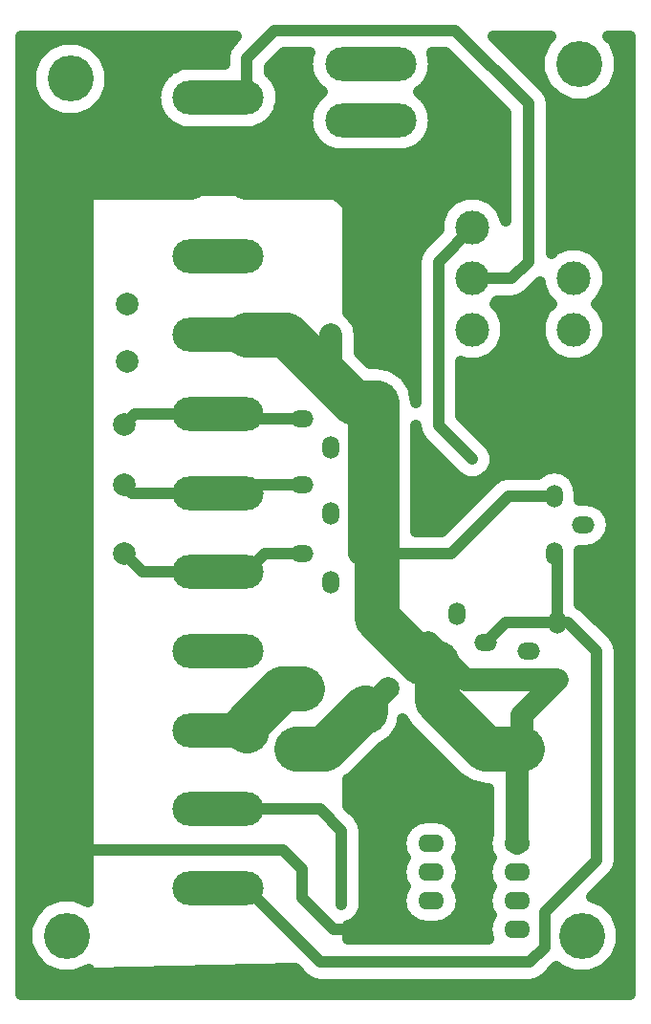
<source format=gbr>
G04 #@! TF.FileFunction,Copper,L2,Bot,Signal*
%FSLAX46Y46*%
G04 Gerber Fmt 4.6, Leading zero omitted, Abs format (unit mm)*
G04 Created by KiCad (PCBNEW 4.0.6) date Monday, 23 August 2021 'PMt' 16:23:02*
%MOMM*%
%LPD*%
G01*
G04 APERTURE LIST*
%ADD10C,0.100000*%
%ADD11C,4.064000*%
%ADD12C,1.300000*%
%ADD13R,1.300000X1.300000*%
%ADD14C,1.998980*%
%ADD15O,1.998980X1.501140*%
%ADD16O,1.501140X1.998980*%
%ADD17O,2.300000X1.600000*%
%ADD18O,8.000000X3.000000*%
%ADD19C,3.000000*%
%ADD20C,1.000000*%
%ADD21C,1.000000*%
%ADD22C,2.000000*%
%ADD23C,4.000000*%
G04 APERTURE END LIST*
D10*
D11*
X6000000Y82700000D03*
X51100000Y84000000D03*
X5700000Y6800000D03*
D12*
X32600000Y60000000D03*
D13*
X29100000Y60000000D03*
D14*
X34132000Y28684000D03*
X26512000Y28684000D03*
D15*
X46578000Y31986000D03*
D16*
X49118000Y29446000D03*
X49118000Y34526000D03*
X29052000Y50020000D03*
D15*
X31592000Y52560000D03*
X26512000Y52560000D03*
D16*
X29052000Y38082000D03*
D15*
X31592000Y40622000D03*
X26512000Y40622000D03*
D16*
X29052000Y44178000D03*
D15*
X31592000Y46718000D03*
X26512000Y46718000D03*
X51404000Y43162000D03*
D16*
X48864000Y45702000D03*
X48864000Y40622000D03*
X40228000Y35288000D03*
D15*
X37688000Y32748000D03*
X42768000Y32748000D03*
D14*
X26004000Y23350000D03*
X46004000Y23350000D03*
D17*
X37942000Y14968000D03*
X37942000Y12428000D03*
X37942000Y9888000D03*
X37942000Y7348000D03*
X45562000Y7348000D03*
X45562000Y9888000D03*
X45562000Y12428000D03*
X45562000Y14968000D03*
D14*
X3398000Y62720000D03*
X11018000Y62720000D03*
X3144000Y46718000D03*
X10764000Y46718000D03*
X3144000Y40622000D03*
X10764000Y40622000D03*
X3144000Y52052000D03*
X10764000Y52052000D03*
X3398000Y57640000D03*
X11018000Y57640000D03*
D18*
X19100000Y25000000D03*
D19*
X16560000Y25000000D03*
X21640000Y25000000D03*
D18*
X19100000Y18000000D03*
D19*
X16560000Y18000000D03*
X21640000Y18000000D03*
D18*
X19100000Y32000000D03*
D19*
X16560000Y32000000D03*
X21640000Y32000000D03*
D18*
X19100000Y11000000D03*
D19*
X16560000Y11000000D03*
X21640000Y11000000D03*
D18*
X19100000Y67000000D03*
D19*
X16560000Y67000000D03*
X21640000Y67000000D03*
D18*
X19100000Y81000000D03*
D19*
X21640000Y81000000D03*
X16560000Y81000000D03*
D18*
X19100000Y74000000D03*
D19*
X16560000Y74000000D03*
X21640000Y74000000D03*
D18*
X32600000Y84000000D03*
D19*
X30060000Y84000000D03*
X35140000Y84000000D03*
D18*
X32600000Y79000000D03*
D19*
X30060000Y79000000D03*
X35140000Y79000000D03*
D18*
X19100000Y60000000D03*
D19*
X16560000Y60000000D03*
X21640000Y60000000D03*
D18*
X19100000Y53000000D03*
D19*
X16560000Y53000000D03*
X21640000Y53000000D03*
D18*
X19100000Y46000000D03*
D19*
X16560000Y46000000D03*
X21640000Y46000000D03*
D18*
X19100000Y39000000D03*
D19*
X21640000Y39000000D03*
X16560000Y39000000D03*
X41600000Y60500000D03*
X41600000Y65000000D03*
X41600000Y69500000D03*
X50600000Y69500000D03*
X50600000Y65000000D03*
X50600000Y60500000D03*
D11*
X51300000Y6800000D03*
D20*
X30000000Y9600000D03*
X41600000Y49000000D03*
D21*
X37942000Y7348000D02*
X29352000Y7348000D01*
X5600000Y14500000D02*
X3144000Y16956000D01*
X5700000Y14400000D02*
X5600000Y14500000D01*
X24800000Y14400000D02*
X5700000Y14400000D01*
X26500000Y12700000D02*
X24800000Y14400000D01*
X26500000Y10200000D02*
X26500000Y12700000D01*
X29352000Y7348000D02*
X26500000Y10200000D01*
D22*
X33100000Y67000000D02*
X33100000Y60500000D01*
D23*
X30100000Y74000000D02*
X33100000Y71000000D01*
X33100000Y71000000D02*
X33100000Y67000000D01*
X21640000Y74000000D02*
X30100000Y74000000D01*
D22*
X33100000Y60500000D02*
X32600000Y60000000D01*
D23*
X3398000Y62720000D02*
X3398000Y71298000D01*
X6100000Y74000000D02*
X16560000Y74000000D01*
X3398000Y71298000D02*
X6100000Y74000000D01*
D21*
X3144000Y16746000D02*
X3144000Y16956000D01*
X3144000Y16956000D02*
X3144000Y40622000D01*
X3398000Y57640000D02*
X3398000Y62720000D01*
X3144000Y52052000D02*
X3144000Y57386000D01*
X3144000Y57386000D02*
X3398000Y57640000D01*
X3144000Y46718000D02*
X3144000Y52052000D01*
X3144000Y40622000D02*
X3144000Y46718000D01*
X19100000Y18000000D02*
X28100000Y18000000D01*
X30000000Y16100000D02*
X30000000Y9600000D01*
X28100000Y18000000D02*
X30000000Y16100000D01*
X19100000Y18000000D02*
X19100000Y17700000D01*
D23*
X33100000Y54000000D02*
X31100000Y54000000D01*
X38450000Y27668000D02*
X38450000Y31000000D01*
X33100000Y37000000D02*
X33100000Y35000000D01*
X33100000Y37000000D02*
X33100000Y54000000D01*
X33100000Y35000000D02*
X37100000Y31000000D01*
X37100000Y31000000D02*
X38450000Y31000000D01*
X25100000Y60000000D02*
X21640000Y60000000D01*
X31100000Y54000000D02*
X25100000Y60000000D01*
D22*
X31592000Y52560000D02*
X31592000Y53508000D01*
X29100000Y56000000D02*
X29100000Y60000000D01*
X31592000Y53508000D02*
X29100000Y56000000D01*
D21*
X48864000Y45702000D02*
X44802000Y45702000D01*
X39722000Y40622000D02*
X31592000Y40622000D01*
X44802000Y45702000D02*
X39722000Y40622000D01*
D23*
X46004000Y23350000D02*
X42768000Y23350000D01*
X42768000Y23350000D02*
X38450000Y27668000D01*
D22*
X38450000Y27668000D02*
X38450000Y31986000D01*
X31592000Y46718000D02*
X31592000Y52560000D01*
X31592000Y40622000D02*
X31592000Y46718000D01*
X49118000Y29446000D02*
X40990000Y29446000D01*
X40990000Y29446000D02*
X37688000Y32748000D01*
X46004000Y23350000D02*
X46004000Y26332000D01*
X46004000Y26332000D02*
X49118000Y29446000D01*
X45562000Y14968000D02*
X45562000Y22908000D01*
D21*
X45562000Y22908000D02*
X46004000Y23350000D01*
D23*
X28100000Y23350000D02*
X28450000Y23350000D01*
X32100000Y27000000D02*
X32100000Y26652000D01*
X28450000Y23350000D02*
X32100000Y27000000D01*
X26004000Y23350000D02*
X28100000Y23350000D01*
D22*
X32100000Y26652000D02*
X34132000Y28684000D01*
D23*
X26512000Y28684000D02*
X24784000Y28684000D01*
X24784000Y28684000D02*
X21640000Y25540000D01*
X21640000Y25540000D02*
X21640000Y25000000D01*
D21*
X16560000Y53000000D02*
X11712000Y53000000D01*
X11712000Y53000000D02*
X10764000Y52052000D01*
X26512000Y52560000D02*
X22080000Y52560000D01*
X22080000Y52560000D02*
X21640000Y53000000D01*
X11018000Y52306000D02*
X10764000Y52052000D01*
X16560000Y39000000D02*
X12386000Y39000000D01*
X12386000Y39000000D02*
X10764000Y40622000D01*
X26512000Y40622000D02*
X23262000Y40622000D01*
X23262000Y40622000D02*
X21640000Y39000000D01*
X16560000Y46000000D02*
X11482000Y46000000D01*
X11482000Y46000000D02*
X10764000Y46718000D01*
X26512000Y46718000D02*
X22358000Y46718000D01*
X22358000Y46718000D02*
X21640000Y46000000D01*
X46600000Y72000000D02*
X46600000Y80500000D01*
X21640000Y84540000D02*
X21640000Y81000000D01*
X24100002Y87000002D02*
X21640000Y84540000D01*
X40099998Y87000002D02*
X24100002Y87000002D01*
X46600000Y80500000D02*
X40099998Y87000002D01*
X45100000Y65000000D02*
X41600000Y65000000D01*
X46600000Y66500000D02*
X45100000Y65000000D01*
X46600000Y70000000D02*
X46600000Y66500000D01*
X46600000Y72500000D02*
X46600000Y72000000D01*
X46600000Y72000000D02*
X46600000Y70000000D01*
X38600000Y66500000D02*
X41600000Y69500000D01*
X38600000Y52000000D02*
X38600000Y66500000D01*
X41600000Y49000000D02*
X38600000Y52000000D01*
X48000000Y6100000D02*
X48000000Y5800000D01*
X50074000Y34526000D02*
X52600000Y32000000D01*
X52600000Y32000000D02*
X52600000Y14800000D01*
X49118000Y34526000D02*
X50074000Y34526000D01*
X48000000Y6100000D02*
X48000000Y8900000D01*
X48000000Y8900000D02*
X52600000Y13500000D01*
X52600000Y13500000D02*
X52600000Y14800000D01*
X28140000Y4500000D02*
X21640000Y11000000D01*
X46700000Y4500000D02*
X28140000Y4500000D01*
X48000000Y5800000D02*
X46700000Y4500000D01*
X49118000Y34526000D02*
X49118000Y40368000D01*
X49118000Y40368000D02*
X48864000Y40622000D01*
X49118000Y34526000D02*
X44546000Y34526000D01*
X44546000Y34526000D02*
X42768000Y32748000D01*
G36*
X20225786Y85954214D02*
X19792241Y85305367D01*
X19639999Y84540000D01*
X19640000Y84539995D01*
X19640000Y84000000D01*
X16560898Y84000000D01*
X15965881Y84000519D01*
X15474840Y83797625D01*
X15344199Y83771639D01*
X15234415Y83698284D01*
X14862857Y83544759D01*
X14575824Y83258227D01*
X14370929Y83121320D01*
X14235218Y82918215D01*
X14018207Y82701582D01*
X13899581Y82415898D01*
X13720610Y82148050D01*
X13658313Y81834862D01*
X13560522Y81599355D01*
X13560298Y81342104D01*
X13492249Y81000000D01*
X13559703Y80660883D01*
X13559481Y80405881D01*
X13657718Y80168129D01*
X13720610Y79851950D01*
X13898146Y79586249D01*
X14015241Y79302857D01*
X14233783Y79083933D01*
X14370929Y78878680D01*
X14574389Y78742732D01*
X14858418Y78458207D01*
X15232980Y78302675D01*
X15344199Y78228361D01*
X15474244Y78202493D01*
X15960645Y78000522D01*
X16491955Y78000059D01*
X16492249Y78000000D01*
X16559102Y78000000D01*
X17154119Y77999481D01*
X17155375Y78000000D01*
X21639102Y78000000D01*
X22234119Y77999481D01*
X22725160Y78202375D01*
X22855801Y78228361D01*
X22965585Y78301716D01*
X23337143Y78455241D01*
X23624176Y78741773D01*
X23829071Y78878680D01*
X23964782Y79081785D01*
X24181793Y79298418D01*
X24300419Y79584102D01*
X24479390Y79851950D01*
X24541687Y80165138D01*
X24639478Y80400645D01*
X24639702Y80657896D01*
X24707751Y81000000D01*
X24640297Y81339117D01*
X24640519Y81594119D01*
X24542282Y81831871D01*
X24479390Y82148050D01*
X24301854Y82413751D01*
X24184759Y82697143D01*
X23966217Y82916067D01*
X23829071Y83121320D01*
X23640000Y83247653D01*
X23640000Y83711572D01*
X24928429Y85000002D01*
X27191161Y85000002D01*
X27158313Y84834862D01*
X27060522Y84599355D01*
X27060298Y84342104D01*
X26992249Y84000000D01*
X27059703Y83660883D01*
X27059481Y83405881D01*
X27157718Y83168129D01*
X27220610Y82851950D01*
X27398146Y82586249D01*
X27515241Y82302857D01*
X27733783Y82083933D01*
X27870929Y81878680D01*
X28074389Y81742732D01*
X28317358Y81499339D01*
X28075824Y81258227D01*
X27870929Y81121320D01*
X27735218Y80918215D01*
X27518207Y80701582D01*
X27399581Y80415898D01*
X27220610Y80148050D01*
X27158313Y79834862D01*
X27060522Y79599355D01*
X27060298Y79342104D01*
X26992249Y79000000D01*
X27059703Y78660883D01*
X27059481Y78405881D01*
X27157718Y78168129D01*
X27220610Y77851950D01*
X27398146Y77586249D01*
X27515241Y77302857D01*
X27733783Y77083933D01*
X27870929Y76878680D01*
X28074389Y76742732D01*
X28358418Y76458207D01*
X28732980Y76302675D01*
X28844199Y76228361D01*
X28974244Y76202493D01*
X29460645Y76000522D01*
X29991955Y76000059D01*
X29992249Y76000000D01*
X30059102Y76000000D01*
X30654119Y75999481D01*
X30655375Y76000000D01*
X35139102Y76000000D01*
X35734119Y75999481D01*
X36225160Y76202375D01*
X36355801Y76228361D01*
X36465585Y76301716D01*
X36837143Y76455241D01*
X37124176Y76741773D01*
X37329071Y76878680D01*
X37464782Y77081785D01*
X37681793Y77298418D01*
X37800419Y77584102D01*
X37979390Y77851950D01*
X38041687Y78165138D01*
X38139478Y78400645D01*
X38139702Y78657896D01*
X38207751Y79000000D01*
X38140297Y79339117D01*
X38140519Y79594119D01*
X38042282Y79831871D01*
X37979390Y80148050D01*
X37801854Y80413751D01*
X37684759Y80697143D01*
X37466217Y80916067D01*
X37329071Y81121320D01*
X37125611Y81257268D01*
X36882642Y81500661D01*
X37124176Y81741773D01*
X37329071Y81878680D01*
X37464782Y82081785D01*
X37681793Y82298418D01*
X37800419Y82584102D01*
X37979390Y82851950D01*
X38041687Y83165138D01*
X38139478Y83400645D01*
X38139702Y83657896D01*
X38207751Y84000000D01*
X38140297Y84339117D01*
X38140519Y84594119D01*
X38042282Y84831871D01*
X38008839Y85000002D01*
X39271570Y85000002D01*
X44600000Y79671572D01*
X44600000Y70095375D01*
X44144759Y71197143D01*
X43301582Y72041793D01*
X42199355Y72499478D01*
X41005881Y72500519D01*
X39902857Y72044759D01*
X39058207Y71201582D01*
X38600522Y70099355D01*
X38599849Y69328277D01*
X37185786Y67914214D01*
X36752241Y67265367D01*
X36599999Y66500000D01*
X36600000Y66499995D01*
X36600000Y54000000D01*
X36333578Y55339392D01*
X35574874Y56474874D01*
X34439392Y57233578D01*
X33100000Y57500000D01*
X32549747Y57500000D01*
X31600000Y58449747D01*
X31600000Y60000000D01*
X31409699Y60956709D01*
X30867767Y61767767D01*
X30600000Y61946683D01*
X30600000Y72600000D01*
X30561556Y72792266D01*
X30450390Y72956689D01*
X30284012Y73064908D01*
X30088639Y73099871D01*
X8088639Y72599871D01*
X7918271Y72565805D01*
X7751365Y72458404D01*
X7639393Y72294528D01*
X7600000Y72100000D01*
X7600000Y9835444D01*
X6405640Y10331386D01*
X5000524Y10332612D01*
X3701896Y9796030D01*
X2707462Y8803330D01*
X2168614Y7505640D01*
X2167388Y6100524D01*
X2703970Y4801896D01*
X3696670Y3807462D01*
X4994360Y3268614D01*
X6399476Y3267388D01*
X7653460Y3785524D01*
X7749610Y3643311D01*
X7915988Y3535092D01*
X8111361Y3500129D01*
X25906998Y3904575D01*
X26725784Y3085789D01*
X26725786Y3085786D01*
X27374633Y2652241D01*
X28140000Y2499999D01*
X28140005Y2500000D01*
X46699995Y2500000D01*
X46700000Y2499999D01*
X47465367Y2652241D01*
X48114214Y3085786D01*
X49066481Y4038053D01*
X49296670Y3807462D01*
X50594360Y3268614D01*
X51999476Y3267388D01*
X53298104Y3803970D01*
X54292538Y4796670D01*
X54831386Y6094360D01*
X54832612Y7499476D01*
X54296030Y8798104D01*
X53303330Y9792538D01*
X52185238Y10256810D01*
X54014211Y12085784D01*
X54014214Y12085786D01*
X54447759Y12734633D01*
X54600000Y13500000D01*
X54600000Y32000000D01*
X54447759Y32765367D01*
X54014214Y33414214D01*
X54014211Y33414216D01*
X51488214Y35940214D01*
X51118000Y36187583D01*
X51118000Y40368000D01*
X51114570Y40385244D01*
X51114570Y40911430D01*
X51701888Y40911430D01*
X52563144Y41082744D01*
X53293281Y41570607D01*
X53781144Y42300744D01*
X53952458Y43162000D01*
X53781144Y44023256D01*
X53293281Y44753393D01*
X52563144Y45241256D01*
X51701888Y45412570D01*
X51114570Y45412570D01*
X51114570Y45999888D01*
X50943256Y46861144D01*
X50455393Y47591281D01*
X49725256Y48079144D01*
X48864000Y48250458D01*
X48002744Y48079144D01*
X47438309Y47702000D01*
X44802005Y47702000D01*
X44802000Y47702001D01*
X44036633Y47549759D01*
X43387786Y47116214D01*
X43387784Y47116211D01*
X38893572Y42622000D01*
X36600000Y42622000D01*
X36600000Y51999995D01*
X36752241Y51234633D01*
X37185786Y50585786D01*
X40185126Y47586447D01*
X40465612Y47305471D01*
X41200430Y47000348D01*
X41599998Y46999999D01*
X41600002Y46999999D01*
X41996079Y46999654D01*
X42731429Y47303494D01*
X43294529Y47865612D01*
X43599652Y48600430D01*
X43600346Y49396079D01*
X43296506Y50131429D01*
X42734388Y50694529D01*
X42733550Y50694877D01*
X40600000Y52828428D01*
X40600000Y57666884D01*
X41000645Y57500522D01*
X42194119Y57499481D01*
X43297143Y57955241D01*
X44141793Y58798418D01*
X44599478Y59900645D01*
X44600519Y61094119D01*
X44144759Y62197143D01*
X43592642Y62750225D01*
X43842854Y63000000D01*
X45099995Y63000000D01*
X45100000Y62999999D01*
X45865367Y63152241D01*
X46514214Y63585786D01*
X47599712Y64671285D01*
X47599481Y64405881D01*
X48055241Y63302857D01*
X48607358Y62749775D01*
X48058207Y62201582D01*
X47600522Y61099355D01*
X47599481Y59905881D01*
X48055241Y58802857D01*
X48898418Y57958207D01*
X50000645Y57500522D01*
X51194119Y57499481D01*
X52297143Y57955241D01*
X53141793Y58798418D01*
X53599478Y59900645D01*
X53600519Y61094119D01*
X53144759Y62197143D01*
X52592642Y62750225D01*
X53141793Y63298418D01*
X53599478Y64400645D01*
X53600519Y65594119D01*
X53144759Y66697143D01*
X52301582Y67541793D01*
X51199355Y67999478D01*
X50005881Y68000519D01*
X48902857Y67544759D01*
X48600000Y67242430D01*
X48600000Y80499995D01*
X48600001Y80500000D01*
X48447759Y81265367D01*
X48014214Y81914214D01*
X43478428Y86450000D01*
X48554912Y86450000D01*
X48107462Y86003330D01*
X47568614Y84705640D01*
X47567388Y83300524D01*
X48103970Y82001896D01*
X49096670Y81007462D01*
X50394360Y80468614D01*
X51799476Y80467388D01*
X53098104Y81003970D01*
X54092538Y81996670D01*
X54631386Y83294360D01*
X54632612Y84699476D01*
X54096030Y85998104D01*
X53644922Y86450000D01*
X55550000Y86450000D01*
X55550000Y1650000D01*
X1650000Y1650000D01*
X1650000Y82000524D01*
X2467388Y82000524D01*
X3003970Y80701896D01*
X3996670Y79707462D01*
X5294360Y79168614D01*
X6699476Y79167388D01*
X7998104Y79703970D01*
X8992538Y80696670D01*
X9531386Y81994360D01*
X9532612Y83399476D01*
X8996030Y84698104D01*
X8003330Y85692538D01*
X6705640Y86231386D01*
X5300524Y86232612D01*
X4001896Y85696030D01*
X3007462Y84703330D01*
X2468614Y83405640D01*
X2467388Y82000524D01*
X1650000Y82000524D01*
X1650000Y86450000D01*
X20721572Y86450000D01*
X20225786Y85954214D01*
X20225786Y85954214D01*
G37*
X20225786Y85954214D02*
X19792241Y85305367D01*
X19639999Y84540000D01*
X19640000Y84539995D01*
X19640000Y84000000D01*
X16560898Y84000000D01*
X15965881Y84000519D01*
X15474840Y83797625D01*
X15344199Y83771639D01*
X15234415Y83698284D01*
X14862857Y83544759D01*
X14575824Y83258227D01*
X14370929Y83121320D01*
X14235218Y82918215D01*
X14018207Y82701582D01*
X13899581Y82415898D01*
X13720610Y82148050D01*
X13658313Y81834862D01*
X13560522Y81599355D01*
X13560298Y81342104D01*
X13492249Y81000000D01*
X13559703Y80660883D01*
X13559481Y80405881D01*
X13657718Y80168129D01*
X13720610Y79851950D01*
X13898146Y79586249D01*
X14015241Y79302857D01*
X14233783Y79083933D01*
X14370929Y78878680D01*
X14574389Y78742732D01*
X14858418Y78458207D01*
X15232980Y78302675D01*
X15344199Y78228361D01*
X15474244Y78202493D01*
X15960645Y78000522D01*
X16491955Y78000059D01*
X16492249Y78000000D01*
X16559102Y78000000D01*
X17154119Y77999481D01*
X17155375Y78000000D01*
X21639102Y78000000D01*
X22234119Y77999481D01*
X22725160Y78202375D01*
X22855801Y78228361D01*
X22965585Y78301716D01*
X23337143Y78455241D01*
X23624176Y78741773D01*
X23829071Y78878680D01*
X23964782Y79081785D01*
X24181793Y79298418D01*
X24300419Y79584102D01*
X24479390Y79851950D01*
X24541687Y80165138D01*
X24639478Y80400645D01*
X24639702Y80657896D01*
X24707751Y81000000D01*
X24640297Y81339117D01*
X24640519Y81594119D01*
X24542282Y81831871D01*
X24479390Y82148050D01*
X24301854Y82413751D01*
X24184759Y82697143D01*
X23966217Y82916067D01*
X23829071Y83121320D01*
X23640000Y83247653D01*
X23640000Y83711572D01*
X24928429Y85000002D01*
X27191161Y85000002D01*
X27158313Y84834862D01*
X27060522Y84599355D01*
X27060298Y84342104D01*
X26992249Y84000000D01*
X27059703Y83660883D01*
X27059481Y83405881D01*
X27157718Y83168129D01*
X27220610Y82851950D01*
X27398146Y82586249D01*
X27515241Y82302857D01*
X27733783Y82083933D01*
X27870929Y81878680D01*
X28074389Y81742732D01*
X28317358Y81499339D01*
X28075824Y81258227D01*
X27870929Y81121320D01*
X27735218Y80918215D01*
X27518207Y80701582D01*
X27399581Y80415898D01*
X27220610Y80148050D01*
X27158313Y79834862D01*
X27060522Y79599355D01*
X27060298Y79342104D01*
X26992249Y79000000D01*
X27059703Y78660883D01*
X27059481Y78405881D01*
X27157718Y78168129D01*
X27220610Y77851950D01*
X27398146Y77586249D01*
X27515241Y77302857D01*
X27733783Y77083933D01*
X27870929Y76878680D01*
X28074389Y76742732D01*
X28358418Y76458207D01*
X28732980Y76302675D01*
X28844199Y76228361D01*
X28974244Y76202493D01*
X29460645Y76000522D01*
X29991955Y76000059D01*
X29992249Y76000000D01*
X30059102Y76000000D01*
X30654119Y75999481D01*
X30655375Y76000000D01*
X35139102Y76000000D01*
X35734119Y75999481D01*
X36225160Y76202375D01*
X36355801Y76228361D01*
X36465585Y76301716D01*
X36837143Y76455241D01*
X37124176Y76741773D01*
X37329071Y76878680D01*
X37464782Y77081785D01*
X37681793Y77298418D01*
X37800419Y77584102D01*
X37979390Y77851950D01*
X38041687Y78165138D01*
X38139478Y78400645D01*
X38139702Y78657896D01*
X38207751Y79000000D01*
X38140297Y79339117D01*
X38140519Y79594119D01*
X38042282Y79831871D01*
X37979390Y80148050D01*
X37801854Y80413751D01*
X37684759Y80697143D01*
X37466217Y80916067D01*
X37329071Y81121320D01*
X37125611Y81257268D01*
X36882642Y81500661D01*
X37124176Y81741773D01*
X37329071Y81878680D01*
X37464782Y82081785D01*
X37681793Y82298418D01*
X37800419Y82584102D01*
X37979390Y82851950D01*
X38041687Y83165138D01*
X38139478Y83400645D01*
X38139702Y83657896D01*
X38207751Y84000000D01*
X38140297Y84339117D01*
X38140519Y84594119D01*
X38042282Y84831871D01*
X38008839Y85000002D01*
X39271570Y85000002D01*
X44600000Y79671572D01*
X44600000Y70095375D01*
X44144759Y71197143D01*
X43301582Y72041793D01*
X42199355Y72499478D01*
X41005881Y72500519D01*
X39902857Y72044759D01*
X39058207Y71201582D01*
X38600522Y70099355D01*
X38599849Y69328277D01*
X37185786Y67914214D01*
X36752241Y67265367D01*
X36599999Y66500000D01*
X36600000Y66499995D01*
X36600000Y54000000D01*
X36333578Y55339392D01*
X35574874Y56474874D01*
X34439392Y57233578D01*
X33100000Y57500000D01*
X32549747Y57500000D01*
X31600000Y58449747D01*
X31600000Y60000000D01*
X31409699Y60956709D01*
X30867767Y61767767D01*
X30600000Y61946683D01*
X30600000Y72600000D01*
X30561556Y72792266D01*
X30450390Y72956689D01*
X30284012Y73064908D01*
X30088639Y73099871D01*
X8088639Y72599871D01*
X7918271Y72565805D01*
X7751365Y72458404D01*
X7639393Y72294528D01*
X7600000Y72100000D01*
X7600000Y9835444D01*
X6405640Y10331386D01*
X5000524Y10332612D01*
X3701896Y9796030D01*
X2707462Y8803330D01*
X2168614Y7505640D01*
X2167388Y6100524D01*
X2703970Y4801896D01*
X3696670Y3807462D01*
X4994360Y3268614D01*
X6399476Y3267388D01*
X7653460Y3785524D01*
X7749610Y3643311D01*
X7915988Y3535092D01*
X8111361Y3500129D01*
X25906998Y3904575D01*
X26725784Y3085789D01*
X26725786Y3085786D01*
X27374633Y2652241D01*
X28140000Y2499999D01*
X28140005Y2500000D01*
X46699995Y2500000D01*
X46700000Y2499999D01*
X47465367Y2652241D01*
X48114214Y3085786D01*
X49066481Y4038053D01*
X49296670Y3807462D01*
X50594360Y3268614D01*
X51999476Y3267388D01*
X53298104Y3803970D01*
X54292538Y4796670D01*
X54831386Y6094360D01*
X54832612Y7499476D01*
X54296030Y8798104D01*
X53303330Y9792538D01*
X52185238Y10256810D01*
X54014211Y12085784D01*
X54014214Y12085786D01*
X54447759Y12734633D01*
X54600000Y13500000D01*
X54600000Y32000000D01*
X54447759Y32765367D01*
X54014214Y33414214D01*
X54014211Y33414216D01*
X51488214Y35940214D01*
X51118000Y36187583D01*
X51118000Y40368000D01*
X51114570Y40385244D01*
X51114570Y40911430D01*
X51701888Y40911430D01*
X52563144Y41082744D01*
X53293281Y41570607D01*
X53781144Y42300744D01*
X53952458Y43162000D01*
X53781144Y44023256D01*
X53293281Y44753393D01*
X52563144Y45241256D01*
X51701888Y45412570D01*
X51114570Y45412570D01*
X51114570Y45999888D01*
X50943256Y46861144D01*
X50455393Y47591281D01*
X49725256Y48079144D01*
X48864000Y48250458D01*
X48002744Y48079144D01*
X47438309Y47702000D01*
X44802005Y47702000D01*
X44802000Y47702001D01*
X44036633Y47549759D01*
X43387786Y47116214D01*
X43387784Y47116211D01*
X38893572Y42622000D01*
X36600000Y42622000D01*
X36600000Y51999995D01*
X36752241Y51234633D01*
X37185786Y50585786D01*
X40185126Y47586447D01*
X40465612Y47305471D01*
X41200430Y47000348D01*
X41599998Y46999999D01*
X41600002Y46999999D01*
X41996079Y46999654D01*
X42731429Y47303494D01*
X43294529Y47865612D01*
X43599652Y48600430D01*
X43600346Y49396079D01*
X43296506Y50131429D01*
X42734388Y50694529D01*
X42733550Y50694877D01*
X40600000Y52828428D01*
X40600000Y57666884D01*
X41000645Y57500522D01*
X42194119Y57499481D01*
X43297143Y57955241D01*
X44141793Y58798418D01*
X44599478Y59900645D01*
X44600519Y61094119D01*
X44144759Y62197143D01*
X43592642Y62750225D01*
X43842854Y63000000D01*
X45099995Y63000000D01*
X45100000Y62999999D01*
X45865367Y63152241D01*
X46514214Y63585786D01*
X47599712Y64671285D01*
X47599481Y64405881D01*
X48055241Y63302857D01*
X48607358Y62749775D01*
X48058207Y62201582D01*
X47600522Y61099355D01*
X47599481Y59905881D01*
X48055241Y58802857D01*
X48898418Y57958207D01*
X50000645Y57500522D01*
X51194119Y57499481D01*
X52297143Y57955241D01*
X53141793Y58798418D01*
X53599478Y59900645D01*
X53600519Y61094119D01*
X53144759Y62197143D01*
X52592642Y62750225D01*
X53141793Y63298418D01*
X53599478Y64400645D01*
X53600519Y65594119D01*
X53144759Y66697143D01*
X52301582Y67541793D01*
X51199355Y67999478D01*
X50005881Y68000519D01*
X48902857Y67544759D01*
X48600000Y67242430D01*
X48600000Y80499995D01*
X48600001Y80500000D01*
X48447759Y81265367D01*
X48014214Y81914214D01*
X43478428Y86450000D01*
X48554912Y86450000D01*
X48107462Y86003330D01*
X47568614Y84705640D01*
X47567388Y83300524D01*
X48103970Y82001896D01*
X49096670Y81007462D01*
X50394360Y80468614D01*
X51799476Y80467388D01*
X53098104Y81003970D01*
X54092538Y81996670D01*
X54631386Y83294360D01*
X54632612Y84699476D01*
X54096030Y85998104D01*
X53644922Y86450000D01*
X55550000Y86450000D01*
X55550000Y1650000D01*
X1650000Y1650000D01*
X1650000Y82000524D01*
X2467388Y82000524D01*
X3003970Y80701896D01*
X3996670Y79707462D01*
X5294360Y79168614D01*
X6699476Y79167388D01*
X7998104Y79703970D01*
X8992538Y80696670D01*
X9531386Y81994360D01*
X9532612Y83399476D01*
X8996030Y84698104D01*
X8003330Y85692538D01*
X6705640Y86231386D01*
X5300524Y86232612D01*
X4001896Y85696030D01*
X3007462Y84703330D01*
X2468614Y83405640D01*
X2467388Y82000524D01*
X1650000Y82000524D01*
X1650000Y86450000D01*
X20721572Y86450000D01*
X20225786Y85954214D01*
G36*
X35975126Y25193126D02*
X40293126Y20875126D01*
X41428608Y20116422D01*
X42768000Y19850000D01*
X43062000Y19850000D01*
X43062000Y15888341D01*
X43035160Y15848172D01*
X42860083Y14968000D01*
X43035160Y14087828D01*
X43295634Y13698000D01*
X43035160Y13308172D01*
X42860083Y12428000D01*
X43035160Y11547828D01*
X43295634Y11158000D01*
X43035160Y10768172D01*
X42860083Y9888000D01*
X43035160Y9007828D01*
X43295634Y8618000D01*
X43035160Y8228172D01*
X42860083Y7348000D01*
X43028761Y6500000D01*
X30600000Y6500000D01*
X30600000Y7683912D01*
X31131429Y7903494D01*
X31694529Y8465612D01*
X31999652Y9200430D01*
X32000346Y9996079D01*
X32000000Y9996916D01*
X32000000Y14968000D01*
X35240083Y14968000D01*
X35415160Y14087828D01*
X35675634Y13698000D01*
X35415160Y13308172D01*
X35240083Y12428000D01*
X35415160Y11547828D01*
X35675634Y11158000D01*
X35415160Y10768172D01*
X35240083Y9888000D01*
X35415160Y9007828D01*
X35913737Y8261654D01*
X36659911Y7763077D01*
X37540083Y7588000D01*
X38343917Y7588000D01*
X39224089Y7763077D01*
X39970263Y8261654D01*
X40468840Y9007828D01*
X40643917Y9888000D01*
X40468840Y10768172D01*
X40208366Y11158000D01*
X40468840Y11547828D01*
X40643917Y12428000D01*
X40468840Y13308172D01*
X40208366Y13698000D01*
X40468840Y14087828D01*
X40643917Y14968000D01*
X40468840Y15848172D01*
X39970263Y16594346D01*
X39224089Y17092923D01*
X38343917Y17268000D01*
X37540083Y17268000D01*
X36659911Y17092923D01*
X35913737Y16594346D01*
X35415160Y15848172D01*
X35240083Y14968000D01*
X32000000Y14968000D01*
X32000000Y16099995D01*
X32000001Y16100000D01*
X31847759Y16865367D01*
X31695711Y17092923D01*
X31414214Y17514214D01*
X31414211Y17514216D01*
X30600000Y18328427D01*
X30600000Y20658052D01*
X30924874Y20875126D01*
X33526117Y23476370D01*
X34574874Y24177126D01*
X35333578Y25312608D01*
X35462436Y25960421D01*
X35975126Y25193126D01*
X35975126Y25193126D01*
G37*
X35975126Y25193126D02*
X40293126Y20875126D01*
X41428608Y20116422D01*
X42768000Y19850000D01*
X43062000Y19850000D01*
X43062000Y15888341D01*
X43035160Y15848172D01*
X42860083Y14968000D01*
X43035160Y14087828D01*
X43295634Y13698000D01*
X43035160Y13308172D01*
X42860083Y12428000D01*
X43035160Y11547828D01*
X43295634Y11158000D01*
X43035160Y10768172D01*
X42860083Y9888000D01*
X43035160Y9007828D01*
X43295634Y8618000D01*
X43035160Y8228172D01*
X42860083Y7348000D01*
X43028761Y6500000D01*
X30600000Y6500000D01*
X30600000Y7683912D01*
X31131429Y7903494D01*
X31694529Y8465612D01*
X31999652Y9200430D01*
X32000346Y9996079D01*
X32000000Y9996916D01*
X32000000Y14968000D01*
X35240083Y14968000D01*
X35415160Y14087828D01*
X35675634Y13698000D01*
X35415160Y13308172D01*
X35240083Y12428000D01*
X35415160Y11547828D01*
X35675634Y11158000D01*
X35415160Y10768172D01*
X35240083Y9888000D01*
X35415160Y9007828D01*
X35913737Y8261654D01*
X36659911Y7763077D01*
X37540083Y7588000D01*
X38343917Y7588000D01*
X39224089Y7763077D01*
X39970263Y8261654D01*
X40468840Y9007828D01*
X40643917Y9888000D01*
X40468840Y10768172D01*
X40208366Y11158000D01*
X40468840Y11547828D01*
X40643917Y12428000D01*
X40468840Y13308172D01*
X40208366Y13698000D01*
X40468840Y14087828D01*
X40643917Y14968000D01*
X40468840Y15848172D01*
X39970263Y16594346D01*
X39224089Y17092923D01*
X38343917Y17268000D01*
X37540083Y17268000D01*
X36659911Y17092923D01*
X35913737Y16594346D01*
X35415160Y15848172D01*
X35240083Y14968000D01*
X32000000Y14968000D01*
X32000000Y16099995D01*
X32000001Y16100000D01*
X31847759Y16865367D01*
X31695711Y17092923D01*
X31414214Y17514214D01*
X31414211Y17514216D01*
X30600000Y18328427D01*
X30600000Y20658052D01*
X30924874Y20875126D01*
X33526117Y23476370D01*
X34574874Y24177126D01*
X35333578Y25312608D01*
X35462436Y25960421D01*
X35975126Y25193126D01*
M02*

</source>
